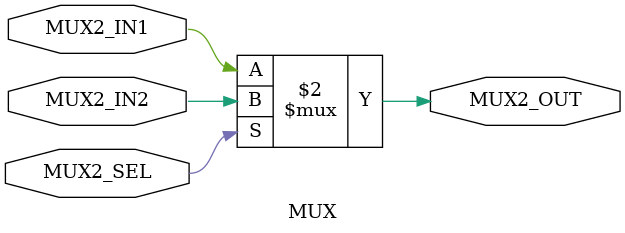
<source format=v>
module MUX (MUX2_IN1, MUX2_IN2, MUX2_SEL, MUX2_OUT);
    
    parameter LENGTH = 1;
    input MUX2_SEL;
    input [LENGTH-1:0] MUX2_IN1, MUX2_IN2;
    output [LENGTH-1:0] MUX2_OUT;

    assign MUX2_OUT = (MUX2_SEL == 0) ? MUX2_IN1 : MUX2_IN2;

endmodule
</source>
